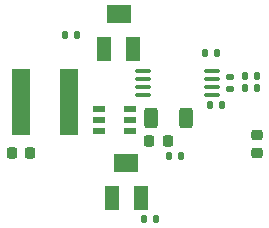
<source format=gbr>
%TF.GenerationSoftware,KiCad,Pcbnew,8.0.6*%
%TF.CreationDate,2024-12-04T14:06:11-08:00*%
%TF.ProjectId,micromppt,6d696372-6f6d-4707-9074-2e6b69636164,rev?*%
%TF.SameCoordinates,Original*%
%TF.FileFunction,Paste,Top*%
%TF.FilePolarity,Positive*%
%FSLAX46Y46*%
G04 Gerber Fmt 4.6, Leading zero omitted, Abs format (unit mm)*
G04 Created by KiCad (PCBNEW 8.0.6) date 2024-12-04 14:06:11*
%MOMM*%
%LPD*%
G01*
G04 APERTURE LIST*
G04 Aperture macros list*
%AMRoundRect*
0 Rectangle with rounded corners*
0 $1 Rounding radius*
0 $2 $3 $4 $5 $6 $7 $8 $9 X,Y pos of 4 corners*
0 Add a 4 corners polygon primitive as box body*
4,1,4,$2,$3,$4,$5,$6,$7,$8,$9,$2,$3,0*
0 Add four circle primitives for the rounded corners*
1,1,$1+$1,$2,$3*
1,1,$1+$1,$4,$5*
1,1,$1+$1,$6,$7*
1,1,$1+$1,$8,$9*
0 Add four rect primitives between the rounded corners*
20,1,$1+$1,$2,$3,$4,$5,0*
20,1,$1+$1,$4,$5,$6,$7,0*
20,1,$1+$1,$6,$7,$8,$9,0*
20,1,$1+$1,$8,$9,$2,$3,0*%
G04 Aperture macros list end*
%ADD10R,1.100000X0.600000*%
%ADD11RoundRect,0.225000X0.225000X0.250000X-0.225000X0.250000X-0.225000X-0.250000X0.225000X-0.250000X0*%
%ADD12RoundRect,0.135000X0.135000X0.185000X-0.135000X0.185000X-0.135000X-0.185000X0.135000X-0.185000X0*%
%ADD13RoundRect,0.135000X-0.135000X-0.185000X0.135000X-0.185000X0.135000X0.185000X-0.135000X0.185000X0*%
%ADD14R,1.300000X2.000000*%
%ADD15R,2.000000X1.600000*%
%ADD16RoundRect,0.140000X-0.140000X-0.170000X0.140000X-0.170000X0.140000X0.170000X-0.140000X0.170000X0*%
%ADD17O,1.450000X0.350000*%
%ADD18RoundRect,0.140000X-0.170000X0.140000X-0.170000X-0.140000X0.170000X-0.140000X0.170000X0.140000X0*%
%ADD19R,1.550000X5.600000*%
%ADD20RoundRect,0.225000X-0.225000X-0.250000X0.225000X-0.250000X0.225000X0.250000X-0.225000X0.250000X0*%
%ADD21RoundRect,0.250000X-0.312500X-0.625000X0.312500X-0.625000X0.312500X0.625000X-0.312500X0.625000X0*%
%ADD22RoundRect,0.225000X0.250000X-0.225000X0.250000X0.225000X-0.250000X0.225000X-0.250000X-0.225000X0*%
G04 APERTURE END LIST*
D10*
%TO.C,U5*%
X76550000Y-48300000D03*
X76550000Y-49250000D03*
X76550000Y-50200000D03*
X79250000Y-50200000D03*
X79250000Y-49250000D03*
X79250000Y-48300000D03*
%TD*%
D11*
%TO.C,C1*%
X70750000Y-52000000D03*
X69200000Y-52000000D03*
%TD*%
D12*
%TO.C,R1*%
X83510000Y-52250000D03*
X82490000Y-52250000D03*
%TD*%
D13*
%TO.C,R2*%
X80390000Y-57600000D03*
X81410000Y-57600000D03*
%TD*%
D14*
%TO.C,U3*%
X77000000Y-43200000D03*
D15*
X78250000Y-40300000D03*
D14*
X79500000Y-43200000D03*
%TD*%
D16*
%TO.C,C4*%
X85600000Y-43600000D03*
X86560000Y-43600000D03*
%TD*%
D17*
%TO.C,U1*%
X80282500Y-45120000D03*
X80282500Y-45780000D03*
X80282500Y-46430000D03*
X80282500Y-47080000D03*
X86142500Y-47080000D03*
X86142500Y-46430000D03*
X86142500Y-45780000D03*
X86142500Y-45120000D03*
%TD*%
D18*
%TO.C,C6*%
X87712500Y-45620000D03*
X87712500Y-46580000D03*
%TD*%
D13*
%TO.C,R4*%
X88952500Y-45540000D03*
X89972500Y-45540000D03*
%TD*%
%TO.C,R5*%
X88962500Y-46540000D03*
X89982500Y-46540000D03*
%TD*%
D16*
%TO.C,C5*%
X86000000Y-48000000D03*
X86960000Y-48000000D03*
%TD*%
D19*
%TO.C,U4*%
X69980000Y-47750000D03*
X74020000Y-47750000D03*
%TD*%
D20*
%TO.C,C2*%
X80850000Y-51000000D03*
X82400000Y-51000000D03*
%TD*%
D21*
%TO.C,R6*%
X81000000Y-49100000D03*
X83925000Y-49100000D03*
%TD*%
D14*
%TO.C,U2*%
X77650000Y-55800000D03*
D15*
X78900000Y-52900000D03*
D14*
X80150000Y-55800000D03*
%TD*%
D22*
%TO.C,C3*%
X90000000Y-52050000D03*
X90000000Y-50500000D03*
%TD*%
D13*
%TO.C,R3*%
X73740000Y-42000000D03*
X74760000Y-42000000D03*
%TD*%
M02*

</source>
